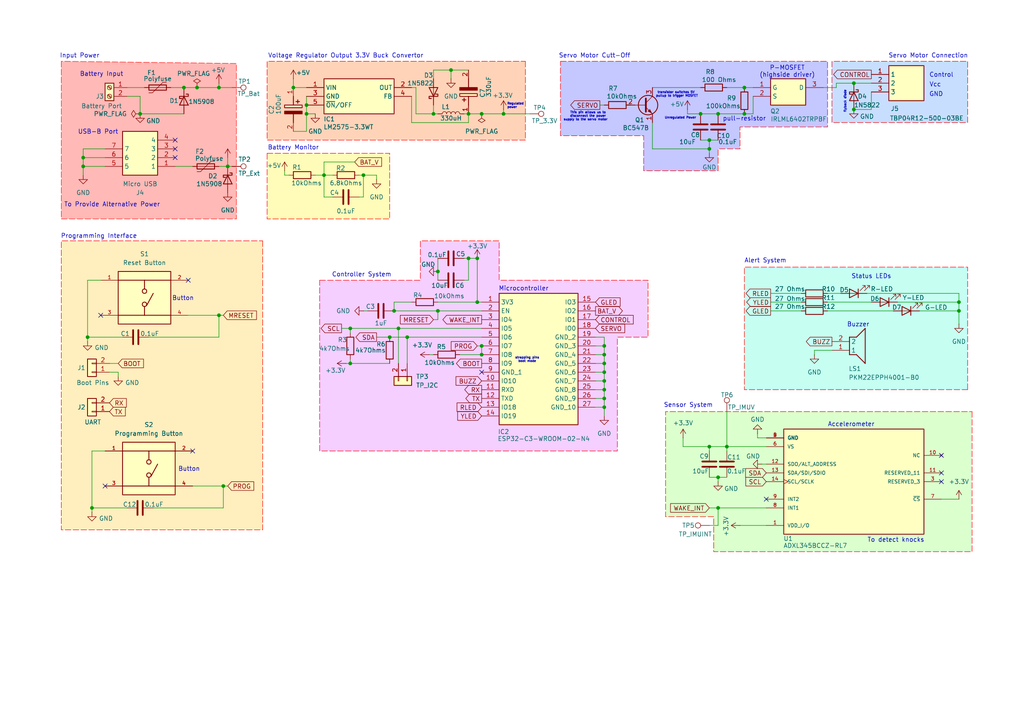
<source format=kicad_sch>
(kicad_sch (version 20250114) (generator "eeschema") (generator_version "9.0")
  (paper "A4")
  (title_block (title "KnockLockSchematic") (date "2025-11-12") (rev "5.0") (company "HSRW") (comment 1 "Group 04"))
  (text "Voltage Regulator Output 3.3V Buck Convertor\n" (at 77.724 16.256 0) (effects (font (size 1.27 1.27)) (justify left)))
  (text "Vcc\n" (at 271.272 24.638 0) (effects (font (size 1.27 1.27))))
  (text "Battery Input" (at 29.464 21.59 0) (effects (font (size 1.27 1.27))))
  (text "P-MOSFET\n(highside driver)\n" (at 228.346 20.828 0) (effects (font (size 1.27 1.27))))
  (text "Controller System\n\n" (at 104.902 80.772 0) (effects (font (size 1.27 1.27))))
  (text "To detect knocks" (at 259.842 156.718 0) (effects (font (size 1.27 1.27))))
  (text "Control\n" (at 273.05 21.844 0) (effects (font (size 1.27 1.27))))
  (text "Button" (at 53.086 86.614 0) (effects (font (size 1.27 1.27))))
  (text "Programming Interface" (at 28.702 68.58 0) (effects (font (size 1.27 1.27))))
  (text "flyback diode" (at 245.11 29.464 90) (effects (font (size 0.635 0.635))))
  (text "strapping pins\nboot mode" (at 152.908 104.394 0) (effects (font (size 0.635 0.635))))
  (text "Unregulated Power" (at 197.358 34.29 0) (effects (font (size 0.635 0.635))))
  (text "Servo Motor Cutt-Off\n" (at 172.466 16.256 0) (effects (font (size 1.27 1.27))))
  (text "Regulated \npower" (at 147.066 30.734 0) (effects (font (size 0.635 0.635)) (justify left)))
  (text "Sensor System" (at 199.644 117.602 0) (effects (font (size 1.27 1.27))))
  (text "GND\n" (at 271.526 27.432 0) (effects (font (size 1.27 1.27))))
  (text "Buzzer\n" (at 248.92 94.234 0) (effects (font (size 1.27 1.27))))
  (text "transistor switches 5V \npullup to trigger MOSFET" (at 196.342 27.432 0) (effects (font (size 0.635 0.635))))
  (text "Alert System" (at 221.996 75.692 0) (effects (font (size 1.27 1.27))))
  (text "Servo Motor Connection\n" (at 269.24 16.256 0) (effects (font (size 1.27 1.27))))
  (text "This pin allows us to \ndisconnect the power \nsupply to the servo motor" (at 176.276 33.782 0) (effects (font (size 0.635 0.635)) (justify right)))
  (text "Input Power" (at 23.114 16.256 0) (effects (font (size 1.27 1.27))))
  (text "Microcontroller" (at 151.892 83.82 0) (effects (font (size 1.27 1.27))))
  (text "Accelerometer" (at 246.888 123.19 0) (effects (font (size 1.27 1.27))))
  (text "Battery Monitor" (at 85.09 42.926 0) (effects (font (size 1.27 1.27))))
  (text "Status LEDs" (at 252.73 80.264 0) (effects (font (size 1.27 1.27))))
  (text "To Provide Alternative Power" (at 32.512 59.436 0) (effects (font (size 1.27 1.27))))
  (text "USB-B Port" (at 28.448 38.354 0) (effects (font (size 1.27 1.27))))
  (text "Button" (at 54.864 136.144 0) (effects (font (size 1.27 1.27))))
  (text "pull-resistor" (at 215.9 34.544 0) (effects (font (size 1.27 1.27))))
  (junction (at 278.13 87.63))
  (junction (at 115.57 95.25))
  (junction (at 57.15 25.4))
  (junction (at 175.26 118.11))
  (junction (at 40.64 33.02))
  (junction (at 139.7 33.02))
  (junction (at 101.6 95.25))
  (junction (at 175.26 110.49))
  (junction (at 24.13 48.26))
  (junction (at 208.28 33.02))
  (junction (at 135.89 74.93))
  (junction (at 101.6 105.41))
  (junction (at 88.9 30.48))
  (junction (at 139.7 100.33))
  (junction (at 85.09 25.4))
  (junction (at 175.26 115.57))
  (junction (at 247.65 31.75))
  (junction (at 66.04 48.26))
  (junction (at 175.26 105.41))
  (junction (at 208.28 138.43))
  (junction (at 105.41 50.8))
  (junction (at 63.5 91.44))
  (junction (at 278.13 90.17))
  (junction (at 175.26 100.33))
  (junction (at 24.13 45.72))
  (junction (at 25.4 97.79))
  (junction (at 146.05 33.02))
  (junction (at 93.98 50.8))
  (junction (at 63.5 25.4))
  (junction (at 130.81 20.32))
  (junction (at 114.3 90.17))
  (junction (at 203.2 33.02))
  (junction (at 127 78.74))
  (junction (at 175.26 107.95))
  (junction (at 127 90.17))
  (junction (at 64.77 140.97))
  (junction (at 138.43 87.63))
  (junction (at 135.89 33.02))
  (junction (at 138.43 74.93))
  (junction (at 208.28 147.32))
  (junction (at 175.26 113.03))
  (junction (at 215.9 25.4))
  (junction (at 205.74 43.18))
  (junction (at 205.74 129.54))
  (junction (at 175.26 102.87))
  (junction (at 125.73 33.02))
  (junction (at 210.82 129.54))
  (junction (at 247.65 24.13))
  (junction (at 118.11 97.79))
  (junction (at 205.74 40.64))
  (junction (at 88.9 33.02))
  (junction (at 139.7 102.87))
  (junction (at 26.67 147.32))
  (junction (at 113.03 97.79))
  (junction (at 53.34 25.4))
  (junction (at 215.9 33.02))
  (no_connect (at 30.48 140.97))
  (no_connect (at 50.8 43.18))
  (no_connect (at 54.61 81.28))
  (no_connect (at 273.05 137.16))
  (no_connect (at 139.7 107.95))
  (no_connect (at 29.21 91.44))
  (no_connect (at 273.05 132.08))
  (no_connect (at 50.8 45.72))
  (no_connect (at 50.8 40.64))
  (no_connect (at 222.25 144.78))
  (no_connect (at 273.05 139.7))
  (no_connect (at 55.88 130.81))
  (wire (pts (xy 25.4 97.79) (xy 35.56 97.79)))
  (wire (pts (xy 199.39 31.75) (xy 199.39 33.02)))
  (wire (pts (xy 63.5 25.4) (xy 63.5 24.13)))
  (wire (pts (xy 208.28 138.43) (xy 208.28 139.7)))
  (wire (pts (xy 240.03 85.09) (xy 243.84 85.09)))
  (wire (pts (xy 189.23 35.56) (xy 189.23 43.18)))
  (wire (pts (xy 127 90.17) (xy 139.7 90.17)))
  (wire (pts (xy 175.26 115.57) (xy 175.26 118.11)))
  (wire (pts (xy 215.9 25.4) (xy 218.44 25.4)))
  (wire (pts (xy 139.7 33.02) (xy 146.05 33.02)))
  (wire (pts (xy 135.89 74.93) (xy 135.89 81.28)))
  (wire (pts (xy 115.57 95.25) (xy 115.57 105.41)))
  (wire (pts (xy 205.74 44.45) (xy 205.74 43.18)))
  (wire (pts (xy 85.09 38.1) (xy 88.9 38.1)))
  (wire (pts (xy 57.15 25.4) (xy 63.5 25.4)))
  (wire (pts (xy 181.61 30.48) (xy 182.88 30.48)))
  (wire (pts (xy 104.14 57.15) (xy 105.41 57.15)))
  (wire (pts (xy 208.28 138.43) (xy 210.82 138.43)))
  (wire (pts (xy 125.73 20.32) (xy 130.81 20.32)))
  (wire (pts (xy 100.33 105.41) (xy 101.6 105.41)))
  (wire (pts (xy 114.3 87.63) (xy 114.3 90.17)))
  (wire (pts (xy 40.64 33.02) (xy 53.34 33.02)))
  (wire (pts (xy 99.06 95.25) (xy 101.6 95.25)))
  (wire (pts (xy 24.13 43.18) (xy 30.48 43.18)))
  (wire (pts (xy 120.65 25.4) (xy 120.65 33.02)))
  (wire (pts (xy 26.67 147.32) (xy 26.67 148.59)))
  (wire (pts (xy 101.6 104.14) (xy 101.6 105.41)))
  (wire (pts (xy 40.64 27.94) (xy 40.64 33.02)))
  (wire (pts (xy 242.57 24.13) (xy 247.65 24.13)))
  (wire (pts (xy 26.67 130.81) (xy 30.48 130.81)))
  (wire (pts (xy 109.22 97.79) (xy 113.03 97.79)))
  (wire (pts (xy 252.73 31.75) (xy 247.65 31.75)))
  (wire (pts (xy 173.99 30.48) (xy 175.26 30.48)))
  (wire (pts (xy 82.55 49.53) (xy 82.55 50.8)))
  (wire (pts (xy 64.77 140.97) (xy 64.77 147.32)))
  (wire (pts (xy 242.57 24.13) (xy 242.57 25.4)))
  (wire (pts (xy 24.13 45.72) (xy 24.13 48.26)))
  (wire (pts (xy 215.9 33.02) (xy 218.44 33.02)))
  (wire (pts (xy 25.4 97.79) (xy 25.4 99.06)))
  (wire (pts (xy 135.89 33.02) (xy 135.89 35.56)))
  (wire (pts (xy 198.12 127) (xy 198.12 129.54)))
  (wire (pts (xy 273.05 144.78) (xy 278.13 144.78)))
  (wire (pts (xy 172.72 110.49) (xy 175.26 110.49)))
  (wire (pts (xy 205.74 147.32) (xy 208.28 147.32)))
  (wire (pts (xy 43.18 97.79) (xy 63.5 97.79)))
  (wire (pts (xy 64.77 91.44) (xy 63.5 91.44)))
  (wire (pts (xy 114.3 90.17) (xy 127 90.17)))
  (wire (pts (xy 119.38 35.56) (xy 135.89 35.56)))
  (wire (pts (xy 205.74 152.4) (xy 208.28 152.4)))
  (wire (pts (xy 203.2 33.02) (xy 208.28 33.02)))
  (wire (pts (xy 101.6 96.52) (xy 101.6 95.25)))
  (wire (pts (xy 24.13 45.72) (xy 30.48 45.72)))
  (wire (pts (xy 127 74.93) (xy 127 78.74)))
  (wire (pts (xy 189.23 43.18) (xy 205.74 43.18)))
  (wire (pts (xy 266.7 90.17) (xy 278.13 90.17)))
  (wire (pts (xy 67.31 48.26) (xy 66.04 48.26)))
  (wire (pts (xy 205.74 129.54) (xy 210.82 129.54)))
  (wire (pts (xy 208.28 147.32) (xy 222.25 147.32)))
  (wire (pts (xy 219.71 125.73) (xy 219.71 127)))
  (wire (pts (xy 175.26 118.11) (xy 175.26 120.65)))
  (wire (pts (xy 199.39 33.02) (xy 203.2 33.02)))
  (wire (pts (xy 104.14 50.8) (xy 105.41 50.8)))
  (wire (pts (xy 53.34 25.4) (xy 57.15 25.4)))
  (wire (pts (xy 130.81 20.32) (xy 130.81 22.86)))
  (wire (pts (xy 44.45 147.32) (xy 64.77 147.32)))
  (wire (pts (xy 26.67 130.81) (xy 26.67 147.32)))
  (wire (pts (xy 36.83 25.4) (xy 41.91 25.4)))
  (wire (pts (xy 135.89 33.02) (xy 139.7 33.02)))
  (wire (pts (xy 125.73 30.48) (xy 125.73 33.02)))
  (wire (pts (xy 251.46 85.09) (xy 278.13 85.09)))
  (wire (pts (xy 31.75 107.95) (xy 34.29 107.95)))
  (wire (pts (xy 102.87 46.99) (xy 93.98 46.99)))
  (wire (pts (xy 63.5 91.44) (xy 63.5 97.79)))
  (wire (pts (xy 210.82 130.81) (xy 210.82 129.54)))
  (wire (pts (xy 135.89 74.93) (xy 138.43 74.93)))
  (wire (pts (xy 125.73 20.32) (xy 125.73 22.86)))
  (wire (pts (xy 214.63 152.4) (xy 222.25 152.4)))
  (wire (pts (xy 205.74 130.81) (xy 205.74 129.54)))
  (wire (pts (xy 91.44 50.8) (xy 93.98 50.8)))
  (wire (pts (xy 119.38 27.94) (xy 119.38 35.56)))
  (wire (pts (xy 24.13 48.26) (xy 30.48 48.26)))
  (wire (pts (xy 175.26 100.33) (xy 175.26 102.87)))
  (wire (pts (xy 172.72 115.57) (xy 175.26 115.57)))
  (wire (pts (xy 127 87.63) (xy 138.43 87.63)))
  (wire (pts (xy 210.82 119.38) (xy 210.82 129.54)))
  (wire (pts (xy 88.9 33.02) (xy 88.9 30.48)))
  (wire (pts (xy 120.65 33.02) (xy 125.73 33.02)))
  (wire (pts (xy 67.31 25.4) (xy 63.5 25.4)))
  (wire (pts (xy 222.25 127) (xy 219.71 127)))
  (wire (pts (xy 223.52 90.17) (xy 232.41 90.17)))
  (wire (pts (xy 130.81 20.32) (xy 135.89 20.32)))
  (wire (pts (xy 278.13 93.98) (xy 278.13 90.17)))
  (wire (pts (xy 34.29 107.95) (xy 34.29 109.22)))
  (wire (pts (xy 138.43 74.93) (xy 138.43 87.63)))
  (wire (pts (xy 175.26 97.79) (xy 175.26 100.33)))
  (wire (pts (xy 175.26 110.49) (xy 175.26 113.03)))
  (wire (pts (xy 146.05 31.75) (xy 146.05 33.02)))
  (wire (pts (xy 63.5 48.26) (xy 66.04 48.26)))
  (wire (pts (xy 24.13 48.26) (xy 24.13 50.8)))
  (wire (pts (xy 172.72 97.79) (xy 175.26 97.79)))
  (wire (pts (xy 88.9 38.1) (xy 88.9 33.02)))
  (wire (pts (xy 85.09 22.86) (xy 85.09 25.4)))
  (wire (pts (xy 134.62 81.28) (xy 135.89 81.28)))
  (wire (pts (xy 138.43 87.63) (xy 139.7 87.63)))
  (wire (pts (xy 55.88 140.97) (xy 64.77 140.97)))
  (wire (pts (xy 101.6 105.41) (xy 113.03 105.41)))
  (wire (pts (xy 54.61 91.44) (xy 63.5 91.44)))
  (wire (pts (xy 66.04 140.97) (xy 64.77 140.97)))
  (wire (pts (xy 127 33.02) (xy 125.73 33.02)))
  (wire (pts (xy 34.29 105.41) (xy 31.75 105.41)))
  (wire (pts (xy 198.12 129.54) (xy 205.74 129.54)))
  (wire (pts (xy 93.98 46.99) (xy 93.98 50.8)))
  (wire (pts (xy 172.72 100.33) (xy 175.26 100.33)))
  (wire (pts (xy 93.98 57.15) (xy 93.98 50.8)))
  (wire (pts (xy 210.82 25.4) (xy 215.9 25.4)))
  (wire (pts (xy 88.9 27.94) (xy 88.9 30.48)))
  (wire (pts (xy 93.98 50.8) (xy 96.52 50.8)))
  (wire (pts (xy 109.22 50.8) (xy 109.22 52.07)))
  (wire (pts (xy 260.35 87.63) (xy 278.13 87.63)))
  (wire (pts (xy 105.41 90.17) (xy 106.68 90.17)))
  (wire (pts (xy 24.13 43.18) (xy 24.13 45.72)))
  (wire (pts (xy 172.72 102.87) (xy 175.26 102.87)))
  (wire (pts (xy 189.23 25.4) (xy 203.2 25.4)))
  (wire (pts (xy 124.46 102.87) (xy 125.73 102.87)))
  (wire (pts (xy 218.44 33.02) (xy 218.44 27.94)))
  (wire (pts (xy 208.28 33.02) (xy 215.9 33.02)))
  (wire (pts (xy 223.52 85.09) (xy 232.41 85.09)))
  (wire (pts (xy 96.52 57.15) (xy 93.98 57.15)))
  (wire (pts (xy 138.43 100.33) (xy 139.7 100.33)))
  (wire (pts (xy 153.67 33.02) (xy 146.05 33.02)))
  (wire (pts (xy 205.74 40.64) (xy 208.28 40.64)))
  (wire (pts (xy 278.13 87.63) (xy 278.13 90.17)))
  (wire (pts (xy 172.72 107.95) (xy 175.26 107.95)))
  (wire (pts (xy 25.4 81.28) (xy 25.4 97.79)))
  (wire (pts (xy 172.72 113.03) (xy 175.26 113.03)))
  (wire (pts (xy 114.3 87.63) (xy 119.38 87.63)))
  (wire (pts (xy 105.41 50.8) (xy 109.22 50.8)))
  (wire (pts (xy 241.3 101.6) (xy 236.22 101.6)))
  (wire (pts (xy 127 81.28) (xy 127 78.74)))
  (wire (pts (xy 242.57 25.4) (xy 238.76 25.4)))
  (wire (pts (xy 175.26 113.03) (xy 175.26 115.57)))
  (wire (pts (xy 118.11 97.79) (xy 139.7 97.79)))
  (wire (pts (xy 105.41 57.15) (xy 105.41 50.8)))
  (wire (pts (xy 172.72 105.41) (xy 175.26 105.41)))
  (wire (pts (xy 175.26 107.95) (xy 175.26 110.49)))
  (wire (pts (xy 172.72 118.11) (xy 175.26 118.11)))
  (wire (pts (xy 113.03 97.79) (xy 118.11 97.79)))
  (wire (pts (xy 175.26 102.87) (xy 175.26 105.41)))
  (wire (pts (xy 205.74 43.18) (xy 205.74 40.64)))
  (wire (pts (xy 135.89 33.02) (xy 134.62 33.02)))
  (wire (pts (xy 220.98 134.62) (xy 222.25 134.62)))
  (wire (pts (xy 66.04 45.72) (xy 66.04 48.26)))
  (wire (pts (xy 252.73 26.67) (xy 252.73 31.75)))
  (wire (pts (xy 49.53 25.4) (xy 53.34 25.4)))
  (wire (pts (xy 40.64 27.94) (xy 36.83 27.94)))
  (wire (pts (xy 208.28 152.4) (xy 208.28 147.32)))
  (wire (pts (xy 240.03 87.63) (xy 252.73 87.63)))
  (wire (pts (xy 236.22 101.6) (xy 236.22 102.87)))
  (wire (pts (xy 101.6 95.25) (xy 115.57 95.25)))
  (wire (pts (xy 210.82 129.54) (xy 222.25 129.54)))
  (wire (pts (xy 85.09 25.4) (xy 88.9 25.4)))
  (wire (pts (xy 26.67 147.32) (xy 36.83 147.32)))
  (wire (pts (xy 127 92.71) (xy 127 90.17)))
  (wire (pts (xy 119.38 25.4) (xy 120.65 25.4)))
  (wire (pts (xy 118.11 97.79) (xy 118.11 105.41)))
  (wire (pts (xy 125.73 92.71) (xy 127 92.71)))
  (wire (pts (xy 223.52 87.63) (xy 232.41 87.63)))
  (wire (pts (xy 208.28 138.43) (xy 205.74 138.43)))
  (wire (pts (xy 247.65 24.13) (xy 252.73 24.13)))
  (wire (pts (xy 133.35 102.87) (xy 139.7 102.87)))
  (wire (pts (xy 82.55 50.8) (xy 83.82 50.8)))
  (wire (pts (xy 203.2 40.64) (xy 205.74 40.64)))
  (wire (pts (xy 25.4 81.28) (xy 29.21 81.28)))
  (wire (pts (xy 91.44 33.02) (xy 88.9 33.02)))
  (wire (pts (xy 278.13 85.09) (xy 278.13 87.63)))
  (wire (pts (xy 50.8 48.26) (xy 55.88 48.26)))
  (wire (pts (xy 115.57 95.25) (xy 139.7 95.25)))
  (wire (pts (xy 139.7 100.33) (xy 139.7 102.87)))
  (wire (pts (xy 134.62 74.93) (xy 135.89 74.93)))
  (wire (pts (xy 175.26 105.41) (xy 175.26 107.95)))
  (wire (pts (xy 240.03 90.17) (xy 259.08 90.17)))
  (global_label "BAT_V" (shape output) (at 172.72 90.17 0) (property "Intersheetrefs" "${INTERSHEET_REFS}" (effects (hide yes))))
  (global_label "SERVO" (shape output) (at 173.99 30.48 180) (property "Intersheetrefs" "${INTERSHEET_REFS}" (effects (hide yes))))
  (global_label "WAKE_INT" (shape output) (at 139.7 92.71 180) (property "Intersheetrefs" "${INTERSHEET_REFS}" (effects (hide yes))))
  (global_label "SCL" (shape input) (at 222.25 139.7 180) (property "Intersheetrefs" "${INTERSHEET_REFS}" (effects (hide yes))))
  (global_label "PROG" (shape input) (at 66.04 140.97 0) (property "Intersheetrefs" "${INTERSHEET_REFS}" (effects (hide yes))))
  (global_label "WAKE_INT" (shape input) (at 205.74 147.32 180) (property "Intersheetrefs" "${INTERSHEET_REFS}" (effects (hide yes))))
  (global_label "RX" (shape output) (at 139.7 113.03 180) (property "Intersheetrefs" "${INTERSHEET_REFS}" (effects (hide yes))))
  (global_label "MRESET" (shape input) (at 125.73 92.71 180) (property "Intersheetrefs" "${INTERSHEET_REFS}" (effects (hide yes))))
  (global_label "CONTROL" (shape input) (at 172.72 92.71 0) (property "Intersheetrefs" "${INTERSHEET_REFS}" (effects (hide yes))))
  (global_label "RLED" (shape output) (at 223.52 85.09 180) (property "Intersheetrefs" "${INTERSHEET_REFS}" (effects (hide yes))))
  (global_label "PROG" (shape input) (at 138.43 100.33 180) (property "Intersheetrefs" "${INTERSHEET_REFS}" (effects (hide yes))))
  (global_label "YLED" (shape input) (at 139.7 120.65 180) (property "Intersheetrefs" "${INTERSHEET_REFS}" (effects (hide yes))))
  (global_label "BOOT" (shape output) (at 139.7 105.41 180) (property "Intersheetrefs" "${INTERSHEET_REFS}" (effects (hide yes))))
  (global_label "SDA" (shape output) (at 109.22 97.79 180) (property "Intersheetrefs" "${INTERSHEET_REFS}" (effects (hide yes))))
  (global_label "YLED" (shape output) (at 223.52 87.63 180) (property "Intersheetrefs" "${INTERSHEET_REFS}" (effects (hide yes))))
  (global_label "GLED" (shape input) (at 172.72 87.63 0) (property "Intersheetrefs" "${INTERSHEET_REFS}" (effects (hide yes))))
  (global_label "BOOT" (shape input) (at 34.29 105.41 0) (property "Intersheetrefs" "${INTERSHEET_REFS}" (effects (hide yes))))
  (global_label "TX" (shape output) (at 139.7 115.57 180) (property "Intersheetrefs" "${INTERSHEET_REFS}" (effects (hide yes))))
  (global_label "SDA" (shape input) (at 222.25 137.16 180) (property "Intersheetrefs" "${INTERSHEET_REFS}" (effects (hide yes))))
  (global_label "RLED" (shape input) (at 139.7 118.11 180) (property "Intersheetrefs" "${INTERSHEET_REFS}" (effects (hide yes))))
  (global_label "SERVO" (shape input) (at 172.72 95.25 0) (property "Intersheetrefs" "${INTERSHEET_REFS}" (effects (hide yes))))
  (global_label "MRESET" (shape input) (at 64.77 91.44 0) (property "Intersheetrefs" "${INTERSHEET_REFS}" (effects (hide yes))))
  (global_label "BUZZ" (shape output) (at 241.3 99.06 180) (property "Intersheetrefs" "${INTERSHEET_REFS}" (effects (hide yes))))
  (global_label "TX" (shape input) (at 31.75 119.38 0) (property "Intersheetrefs" "${INTERSHEET_REFS}" (effects (hide yes))))
  (global_label "BUZZ" (shape input) (at 139.7 110.49 180) (property "Intersheetrefs" "${INTERSHEET_REFS}" (effects (hide yes))))
  (global_label "GLED" (shape output) (at 223.52 90.17 180) (property "Intersheetrefs" "${INTERSHEET_REFS}" (effects (hide yes))))
  (global_label "BAT_V" (shape input) (at 102.87 46.99 0) (property "Intersheetrefs" "${INTERSHEET_REFS}" (effects (hide yes))))
  (global_label "RX" (shape input) (at 31.75 116.84 0) (property "Intersheetrefs" "${INTERSHEET_REFS}" (effects (hide yes))))
  (global_label "SCL" (shape output) (at 99.06 95.25 180) (property "Intersheetrefs" "${INTERSHEET_REFS}" (effects (hide yes))))
  (global_label "CONTROL" (shape output) (at 252.73 21.59 180) (property "Intersheetrefs" "${INTERSHEET_REFS}" (effects (hide yes))))
  (rule_area (polyline (pts (xy 17.78 17.78) (xy 17.78 63.5) (xy 68.58 63.5) (xy 68.58 18.415)) (stroke (width 0) (type dash) (color 255 29 29 1)) (fill (type color) (color 255 23 12 0.3))))
  (rule_area (polyline (pts (xy 241.3 17.78) (xy 241.3 35.56) (xy 280.67 35.56) (xy 280.67 17.78)) (stroke (width 0) (type dash)) (fill (type color) (color 74 147 255 0.3019607843))))
  (rule_area (polyline (pts (xy 162.56 17.78) (xy 240.03 17.78) (xy 240.03 36.83) (xy 214.63 36.83) (xy 214.63 43.18) (xy 208.28 43.18) (xy 208.28 49.53) (xy 186.69 49.53) (xy 186.69 39.37) (xy 162.56 39.37)) (stroke (width 0) (type dash)) (fill (type color) (color 60 67 255 0.3))))
  (rule_area (polyline (pts (xy 281.94 119.38) (xy 281.94 160.02) (xy 207.01 160.02) (xy 207.01 149.86) (xy 193.04 149.86) (xy 193.04 119.38)) (stroke (width 0) (type dash)) (fill (type color) (color 138 255 90 0.3))))
  (rule_area (polyline (pts (xy 92.71 81.28) (xy 121.92 81.28) (xy 121.92 69.85) (xy 144.78 69.85) (xy 144.78 81.28) (xy 187.96 81.28) (xy 187.96 97.79) (xy 179.07 97.79) (xy 179.07 130.81) (xy 148.59 130.81) (xy 147.32 130.81) (xy 134.62 130.81) (xy 132.08 130.81) (xy 102.87 130.81) (xy 92.71 130.81) (xy 92.71 129.54) (xy 92.71 93.98)) (stroke (width 0) (type dash)) (fill (type color) (color 217 94 255 0.3))))
  (rule_area (polyline (pts (xy 77.47 44.45) (xy 113.03 44.45) (xy 113.03 63.5) (xy 77.47 63.5)) (stroke (width 0) (type dash)) (fill (type color) (color 255 240 18 0.3))))
  (rule_area (polyline (pts (xy 76.2 69.85) (xy 76.2 153.67) (xy 45.72 153.67) (xy 45.72 153.67) (xy 17.78 153.67) (xy 17.78 113.03) (xy 17.78 69.85)) (stroke (width 0) (type dash)) (fill (type color) (color 255 196 39 0.3))))
  (rule_area (polyline (pts (xy 280.67 113.03) (xy 215.9 113.03) (xy 215.9 77.47) (xy 280.67 77.47)) (stroke (width 0) (type dash)) (fill (type color) (color 66 255 212 0.3))))
  (rule_area (polyline (pts (xy 152.4 17.78) (xy 152.4 40.64) (xy 77.47 40.64) (xy 77.47 17.78)) (stroke (width 0) (type dash)) (fill (type color) (color 255 109 17 0.3))))
  (symbol (lib_id "power:GND") (at 278.13 93.98 0) (unit 1)
    (property "Reference" "#PWR029" (effects (hide yes)))
    (property "Value" "GND" (at 278.13 99.06 0))
    (property "Description" "Power symbol creates a global label with name \"GND\" , ground" (effects (hide yes)))
  )
  (symbol (lib_id "SamacSys_Parts:EEU-FC1C101H") (at 85.09 25.4 270) (unit 1)
    (property "Reference" "C2" (at 78.74 30.48 0) (effects (justify left)))
    (property "Value" "100uF" (at 80.772 27.178 0) (effects (justify left)))
    (property "Footprint" "SamacSys_Parts:CAPPRD250W55D630H1220" (effects (hide yes)))
    (property "Datasheet" "http://industrial.panasonic.com/cdbs/www-data/pdf/RDF0000/ABA0000C1209.pdf" (effects (hide yes)))
    (property "Description" "Aluminium Electrolytic Capacitor, Radial Lead, AEC-Q200, 105?C" (effects (hide yes)))
    (property "Height" "12.2" (effects (hide yes)))
    (property "Mouser Part Number" "667-EEU-FC1C101H" (effects (hide yes)))
    (property "Mouser Price/Stock" "https://www.mouser.co.uk/ProductDetail/Panasonic/EEU-FC1C101H?qs=%2FC1U95aQ15szP%252BXx0reJVg%3D%3D" (effects (hide yes)))
    (property "Manufacturer_Name" "Panasonic" (effects (hide yes)))
    (property "Manufacturer_Part_Number" "EEU-FC1C101H" (effects (hide yes)))
  )
  (symbol (lib_id "Device:C") (at 210.82 134.62 180) (unit 1)
    (property "Reference" "C11" (at 212.852 132.588 0))
    (property "Value" "0.1uF" (at 213.614 136.652 0))
    (property "Footprint" "Capacitor_SMD:C_0805_2012Metric_Pad1.18x1.45mm_HandSolder" (effects (hide yes)))
    (property "Description" "Unpolarized capacitor" (effects (hide yes)))
  )
  (symbol (lib_id "power:+3.3V") (at 198.12 127 0) (unit 1)
    (property "Reference" "#PWR020" (effects (hide yes)))
    (property "Value" "+3.3V" (at 198.12 122.682 0))
    (property "Description" "Power symbol creates a global label with name \"+3.3V\"" (effects (hide yes)))
  )
  (symbol (lib_id "power:GND") (at 105.41 90.17 270) (unit 1)
    (property "Reference" "#PWR011" (effects (hide yes)))
    (property "Value" "GND" (at 101.6 90.1699 90) (effects (justify right)))
    (property "Description" "Power symbol creates a global label with name \"GND\" , ground" (effects (hide yes)))
  )
  (symbol (lib_id "Transistor_BJT:2N3904") (at 186.69 30.48 0) (unit 1)
    (property "Reference" "Q1" (at 184.15 34.798 0) (effects (justify left)))
    (property "Value" "BC547B" (at 180.594 37.084 0) (effects (justify left)))
    (property "Footprint" "Package_TO_SOT_THT:TO-92_HandSolder" (effects (hide yes)))
    (property "Datasheet" "https://www.onsemi.com/pub/Collateral/2N3903-D.PDF" (effects (hide yes)))
    (property "Description" "0.2A Ic, 40V Vce, Small Signal NPN Transistor, TO-92" (effects (hide yes)))
  )
  (symbol (lib_id "Device:R") (at 236.22 90.17 90) (unit 1)
    (property "Reference" "R12" (at 240.284 88.9 90))
    (property "Value" "27 Ohms" (at 229.108 88.9 90))
    (property "Footprint" "Resistor_SMD:R_1206_3216Metric_Pad1.30x1.75mm_HandSolder" (effects (hide yes)))
    (property "Description" "Resistor" (effects (hide yes)))
  )
  (symbol (lib_id "SamacSys_Parts:TBP04R12-500-03BE") (at 252.73 21.59 0) (unit 1)
    (property "Reference" "J5" (at 258.318 31.496 0) (effects (justify left)))
    (property "Value" "TBP04R12-500-03BE" (at 258.064 34.29 0) (effects (justify left)))
    (property "Footprint" "Connector_JST:JST_EH_S3B-EH_1x03_P2.50mm_Horizontal" (effects (hide yes)))
    (property "Datasheet" "https://www.sameskydevices.com/product/resource/tbp04r12-500.pdf" (effects (hide yes)))
    (property "Description" "3 Position Terminal Block Header, Male Pins, Shrouded (4 Side) 0.197\" (5.00mm) 90, Right Angle Through Hole" (effects (hide yes)))
    (property "Height" "8.8" (effects (hide yes)))
    (property "Mouser Part Number" "179-TBP04R12-50003BE" (effects (hide yes)))
    (property "Mouser Price/Stock" "https://www.mouser.co.uk/ProductDetail/CUI-Devices/TBP04R12-500-03BE?qs=TCDPyi3sCW0NaxY6tKwPhA%3D%3D" (effects (hide yes)))
    (property "Manufacturer_Name" "Same Sky" (effects (hide yes)))
    (property "Manufacturer_Part_Number" "TBP04R12-500-03BE" (effects (hide yes)))
  )
  (symbol (lib_id "power:GND") (at 25.4 99.06 0) (unit 1)
    (property "Reference" "#PWR02" (effects (hide yes)))
    (property "Value" "GND" (at 29.464 100.838 0))
    (property "Description" "Power symbol creates a global label with name \"GND\" , ground" (effects (hide yes)))
  )
  (symbol (lib_id "Device:Polyfuse") (at 45.72 25.4 90) (unit 1)
    (property "Reference" "F1" (at 43.942 21.082 90))
    (property "Value" "Polyfuse" (at 45.72 22.86 90))
    (property "Footprint" "Fuse:Fuse_BelFuse_0ZRE0012FF_L8.3mm_W3.8mm" (effects (hide yes)))
    (property "Description" "Resettable fuse, polymeric positive temperature coefficient" (effects (hide yes)))
  )
  (symbol (lib_id "Connector_Generic:Conn_01x02") (at 118.11 110.49 270) (unit 1)
    (property "Reference" "TP3" (at 120.65 109.2199 90) (effects (justify left)))
    (property "Value" "TP_I2C" (at 120.65 111.7599 90) (effects (justify left)))
    (property "Footprint" "Connector_PinSocket_2.54mm:PinSocket_1x02_P2.54mm_Vertical" (effects (hide yes)))
    (property "Description" "Generic connector, single row, 01x02, script generated (kicad-library-utils/schlib/autogen/connector/)" (effects (hide yes)))
  )
  (symbol (lib_id "power:GND") (at 109.22 52.07 0) (unit 1)
    (property "Reference" "#PWR014" (effects (hide yes)))
    (property "Value" "GND" (at 109.22 57.15 0))
    (property "Description" "Power symbol creates a global label with name \"GND\" , ground" (effects (hide yes)))
  )
  (symbol (lib_id "power:GND") (at 219.71 125.73 180) (unit 1)
    (property "Reference" "#PWR025" (effects (hide yes)))
    (property "Value" "GND" (at 219.71 121.666 0))
    (property "Description" "Power symbol creates a global label with name \"GND\" , ground" (effects (hide yes)))
  )
  (symbol (lib_id "power:GND") (at 24.13 50.8 0) (unit 1)
    (property "Reference" "#PWR01" (effects (hide yes)))
    (property "Value" "GND" (at 24.13 55.88 0))
    (property "Description" "Power symbol creates a global label with name \"GND\" , ground" (effects (hide yes)))
  )
  (symbol (lib_id "SamacSys_Parts:USB3145-30-1-A") (at 50.8 48.26 180) (unit 1)
    (property "Reference" "J4" (at 40.64 55.88 0))
    (property "Value" "Micro USB" (at 40.64 53.34 0))
    (property "Footprint" "SamacSys_Parts:USB3145301A" (effects (hide yes)))
    (property "Datasheet" "https://gct.co/connector/usb3145" (effects (hide yes)))
    (property "Description" "GCT (GLOBAL CONNECTOR TECHNOLOGY) - USB3145-30-1-A - MICRO USB, 2.0 TYPE B, RECEPTACLE, TH" (effects (hide yes)))
    (property "Mouser Part Number" "640-USB3145-30-1-A" (effects (hide yes)))
    (property "Mouser Price/Stock" "https://www.mouser.co.uk/ProductDetail/GCT/USB3145-30-1-A?qs=KUoIvG%2F9IlYD1lvSRu5iyg%3D%3D" (effects (hide yes)))
    (property "Manufacturer_Name" "GCT (GLOBAL CONNECTOR TECHNOLOGY)" (effects (hide yes)))
    (property "Manufacturer_Part_Number" "USB3145-30-1-A" (effects (hide yes)))
  )
  (symbol (lib_id "SamacSys_Parts:PKM22EPPH4001-B0") (at 241.3 99.06 0) (unit 1)
    (property "Reference" "LS1" (at 246.126 106.934 0) (effects (justify left)))
    (property "Value" "PKM22EPPH4001-B0" (at 246.126 109.474 0) (effects (justify left)))
    (property "Footprint" "SamacSys_Parts:PKM22EPPH4001B0" (effects (hide yes)))
    (property "Datasheet" "https://www.murata.com/products/productdata/8801054064670/SPEC-PKM22EPPH4001-B0.pdf?1517839211000" (effects (hide yes)))
    (property "Description" "Buzzers Transducer, Externally Driven Piezo 1.5 V 4kHz 75dB @ 1.5V, 10cm Through Hole PC Pins" (effects (hide yes)))
    (property "Height" "10.7" (effects (hide yes)))
    (property "Mouser Part Number" "81-PKM22EPPH4001-B0" (effects (hide yes)))
    (property "Mouser Price/Stock" "https://www.mouser.co.uk/ProductDetail/Murata-Electronics/PKM22EPPH4001-B0?qs=flZjIlU0hx2Fke4m2iZ9MA%3D%3D" (effects (hide yes)))
    (property "Manufacturer_Name" "Murata Electronics" (effects (hide yes)))
    (property "Manufacturer_Part_Number" "PKM22EPPH4001-B0" (effects (hide yes)))
  )
  (symbol (lib_id "Connector:TestPoint") (at 205.74 152.4 90) (unit 1)
    (property "Reference" "TP5" (at 199.644 152.4 90))
    (property "Value" "TP_IMUINT" (at 201.676 154.94 90))
    (property "Footprint" "Connector_PinSocket_2.54mm:PinSocket_1x01_P2.54mm_Vertical" (effects (hide yes)))
    (property "Description" "test point" (effects (hide yes)))
  )
  (symbol (lib_id "power:+5V") (at 63.5 24.13 0) (unit 1)
    (property "Reference" "#PWR05" (effects (hide yes)))
    (property "Value" "+5V" (at 63.246 20.32 0))
    (property "Description" "Power symbol creates a global label with name \"+5V\"" (effects (hide yes)))
  )
  (symbol (lib_id "Device:LED") (at 247.65 85.09 180) (unit 1)
    (property "Reference" "D5" (at 244.856 84.074 0))
    (property "Value" "R-LED" (at 255.778 83.82 0))
    (property "Footprint" "LED_THT:LED_D3.0mm" (effects (hide yes)))
    (property "Description" "Light emitting diode" (effects (hide yes)))
    (property "Sim.Pins" "1=K 2=A" (effects (hide yes)))
  )
  (symbol (lib_id "Device:R") (at 207.01 25.4 90) (unit 1)
    (property "Reference" "R8" (at 205.994 20.828 90))
    (property "Value" "100 Ohms" (at 208.534 23.114 90))
    (property "Footprint" "Resistor_SMD:R_1206_3216Metric_Pad1.30x1.75mm_HandSolder" (effects (hide yes)))
    (property "Description" "Resistor" (effects (hide yes)))
  )
  (symbol (lib_id "Device:LED") (at 256.54 87.63 180) (unit 1)
    (property "Reference" "D6" (at 253.746 86.614 0))
    (property "Value" "Y-LED" (at 264.922 86.36 0))
    (property "Footprint" "LED_THT:LED_D3.0mm" (effects (hide yes)))
    (property "Description" "Light emitting diode" (effects (hide yes)))
    (property "Sim.Pins" "1=K 2=A" (effects (hide yes)))
  )
  (symbol (lib_id "power:+3.3V") (at 214.63 152.4 90) (unit 1)
    (property "Reference" "#PWR024" (effects (hide yes)))
    (property "Value" "+3.3V" (at 210.566 152.654 0))
    (property "Description" "Power symbol creates a global label with name \"+3.3V\"" (effects (hide yes)))
  )
  (symbol (lib_id "Device:C") (at 205.74 134.62 180) (unit 1)
    (property "Reference" "C9" (at 204.216 132.334 0))
    (property "Value" "10uF" (at 203.2 136.652 0))
    (property "Footprint" "Capacitor_THT:C_Radial_D5.0mm_H11.0mm_P2.00mm" (effects (hide yes)))
    (property "Description" "Unpolarized capacitor" (effects (hide yes)))
  )
  (symbol (lib_id "power:+3.3V") (at 278.13 144.78 0) (unit 1)
    (property "Reference" "#PWR030" (effects (hide yes)))
    (property "Value" "+3.3V" (at 278.13 139.7 0))
    (property "Description" "Power symbol creates a global label with name \"+3.3V\"" (effects (hide yes)))
  )
  (symbol (lib_id "Device:R") (at 87.63 50.8 90) (unit 1)
    (property "Reference" "R1" (at 86.106 48.514 90))
    (property "Value" "10kOhms" (at 88.9 53.086 90))
    (property "Footprint" "Resistor_SMD:R_1206_3216Metric_Pad1.30x1.75mm_HandSolder" (effects (hide yes)))
    (property "Description" "Resistor" (effects (hide yes)))
  )
  (symbol (lib_id "Diode:1N5822") (at 247.65 27.94 270) (unit 1)
    (property "Reference" "D4" (at 251.46 27.94 90) (effects (justify right)))
    (property "Value" "1N5822" (at 255.27 30.48 90) (effects (justify right)))
    (property "Footprint" "Diode_THT:D_DO-201AD_P15.24mm_Horizontal" (effects (hide yes)))
    (property "Datasheet" "http://www.vishay.com/docs/88526/1n5820.pdf" (effects (hide yes)))
    (property "Description" "40V 3A Schottky Barrier Rectifier Diode, DO-201AD" (effects (hide yes)))
  )
  (symbol (lib_id "Device:C") (at 40.64 147.32 90) (unit 1)
    (property "Reference" "C12" (at 37.592 146.304 90))
    (property "Value" "0.1uF" (at 44.704 146.304 90))
    (property "Footprint" "Capacitor_SMD:C_0805_2012Metric_Pad1.18x1.45mm_HandSolder" (effects (hide yes)))
    (property "Description" "Unpolarized capacitor" (effects (hide yes)))
  )
  (symbol (lib_id "Device:R") (at 101.6 100.33 180) (unit 1)
    (property "Reference" "R3" (at 99.314 98.552 0))
    (property "Value" "4k7Ohms" (at 97.028 101.092 0))
    (property "Footprint" "Resistor_SMD:R_1206_3216Metric_Pad1.30x1.75mm_HandSolder" (effects (hide yes)))
    (property "Description" "Resistor" (effects (hide yes)))
  )
  (symbol (lib_id "Device:R") (at 179.07 30.48 90) (unit 1)
    (property "Reference" "R7" (at 177.8 25.654 90))
    (property "Value" "10kOhms" (at 180.34 27.94 90))
    (property "Footprint" "Resistor_SMD:R_1206_3216Metric_Pad1.30x1.75mm_HandSolder" (effects (hide yes)))
    (property "Description" "Resistor" (effects (hide yes)))
  )
  (symbol (lib_id "Device:R") (at 100.33 50.8 90) (unit 1)
    (property "Reference" "R2" (at 98.806 48.768 90))
    (property "Value" "6.8kOhms" (at 100.33 53.086 90))
    (property "Footprint" "Resistor_SMD:R_1206_3216Metric_Pad1.30x1.75mm_HandSolder" (effects (hide yes)))
    (property "Description" "Resistor" (effects (hide yes)))
  )
  (symbol (lib_id "Connector_Generic:Conn_01x02") (at 26.67 119.38 180) (unit 1)
    (property "Reference" "J2" (at 23.622 118.11 0))
    (property "Value" "UART" (at 26.924 122.428 0))
    (property "Footprint" "Connector_PinSocket_2.54mm:PinSocket_1x02_P2.54mm_Vertical" (effects (hide yes)))
    (property "Description" "Generic connector, single row, 01x02, script generated (kicad-library-utils/schlib/autogen/connector/)" (effects (hide yes)))
  )
  (symbol (lib_id "SamacSys_Parts:IRLML6402TRPBF") (at 218.44 25.4 0) (unit 1)
    (property "Reference" "Q2" (at 224.79 32.258 0))
    (property "Value" "IRLML6402TRPBF" (at 231.648 34.544 0))
    (property "Footprint" "SamacSys_Parts:SOT95P237X112-3N" (effects (hide yes)))
    (property "Datasheet" "http://www.infineon.com/dgdl/irlml6402pbf.pdf?fileId=5546d462533600a401535668d5c2263c" (effects (hide yes)))
    (property "Description" "MOSFET MOSFT P-Ch -3.7A 65mOhm 8nC Log Lvl" (effects (hide yes)))
    (property "Height" "1.12" (effects (hide yes)))
    (property "Mouser Part Number" "942-IRLML6402TRPBF" (effects (hide yes)))
    (property "Mouser Price/Stock" "https://www.mouser.co.uk/ProductDetail/Infineon-Technologies/IRLML6402TRPBF?qs=9%252BKlkBgLFf0HuZuONx2Ewg%3D%3D" (effects (hide yes)))
    (property "Manufacturer_Name" "Infineon" (effects (hide yes)))
    (property "Manufacturer_Part_Number" "IRLML6402TRPBF" (effects (hide yes)))
  )
  (symbol (lib_id "Device:C") (at 130.81 81.28 90) (unit 1)
    (property "Reference" "C6" (at 133.35 82.804 90))
    (property "Value" "10uF" (at 127.508 82.804 90))
    (property "Footprint" "Capacitor_THT:C_Radial_D5.0mm_H11.0mm_P2.00mm" (effects (hide yes)))
    (property "Description" "Unpolarized capacitor" (effects (hide yes)))
  )
  (symbol (lib_id "Device:C") (at 39.37 97.79 90) (unit 1)
    (property "Reference" "C1" (at 36.322 96.774 90))
    (property "Value" "0.1uF" (at 43.434 96.774 90))
    (property "Footprint" "Capacitor_SMD:C_0805_2012Metric_Pad1.18x1.45mm_HandSolder" (effects (hide yes)))
    (property "Description" "Unpolarized capacitor" (effects (hide yes)))
  )
  (symbol (lib_id "SamacSys_Parts:LM2575-3.3WT") (at 88.9 25.4 0) (unit 1)
    (property "Reference" "IC1" (at 95.504 34.544 0))
    (property "Value" "LM2575-3.3WT" (at 101.092 36.83 0))
    (property "Footprint" "SamacSys_Parts:LM257533WT" (effects (hide yes)))
    (property "Datasheet" "https://ww1.microchip.com/downloads/en/DeviceDoc/lm2575.pdf" (effects (hide yes)))
    (property "Description" "Switching Voltage Regulators 1A Step-Down SMPS Regulator" (effects (hide yes)))
    (property "Height" "15.113" (effects (hide yes)))
    (property "Mouser Part Number" "998-LM2575-3.3WT" (effects (hide yes)))
    (property "Mouser Price/Stock" "https://www.mouser.co.uk/ProductDetail/Microchip-Technology/LM2575-3.3WT?qs=kh6iOki%2FeLFAZSEMjMNbiQ%3D%3D" (effects (hide yes)))
    (property "Manufacturer_Name" "Microchip" (effects (hide yes)))
    (property "Manufacturer_Part_Number" "LM2575-3.3WT" (effects (hide yes)))
  )
  (symbol (lib_id "power:GND") (at 247.65 31.75 0) (unit 1)
    (property "Reference" "#PWR028" (effects (hide yes)))
    (property "Value" "GND" (at 251.46 33.782 0))
    (property "Description" "Power symbol creates a global label with name \"GND\" , ground" (effects (hide yes)))
  )
  (symbol (lib_id "Connector:TestPoint") (at 153.67 33.02 270) (unit 1)
    (property "Reference" "TP4" (at 154.686 31.242 90) (effects (justify left)))
    (property "Value" "TP_3.3V" (at 154.178 35.052 90) (effects (justify left)))
    (property "Footprint" "TestPoint:TestPoint_Pad_D1.5mm" (effects (hide yes)))
    (property "Description" "test point" (effects (hide yes)))
  )
  (symbol (lib_id "Connector:TestPoint") (at 67.31 25.4 270) (unit 1)
    (property "Reference" "TP1" (at 69.088 23.622 90) (effects (justify left)))
    (property "Value" "TP_Bat" (at 68.834 27.178 90) (effects (justify left)))
    (property "Footprint" "TestPoint:TestPoint_Pad_D1.5mm" (effects (hide yes)))
    (property "Description" "test point" (effects (hide yes)))
  )
  (symbol (lib_id "power:+3.3V") (at 124.46 102.87 90) (unit 1)
    (property "Reference" "#PWR013" (effects (hide yes)))
    (property "Value" "+3.3V" (at 122.428 100.076 90))
    (property "Description" "Power symbol creates a global label with name \"+3.3V\"" (effects (hide yes)))
  )
  (symbol (lib_id "power:GND") (at 175.26 120.65 0) (unit 1)
    (property "Reference" "#PWR019" (effects (hide yes)))
    (property "Value" "GND" (at 175.26 125.73 0))
    (property "Description" "Power symbol creates a global label with name \"GND\" , ground" (effects (hide yes)))
  )
  (symbol (lib_id "power:GND") (at 26.67 148.59 0) (unit 1)
    (property "Reference" "#PWR031" (effects (hide yes)))
    (property "Value" "GND" (at 30.734 150.368 0))
    (property "Description" "Power symbol creates a global label with name \"GND\" , ground" (effects (hide yes)))
  )
  (symbol (lib_id "Device:R") (at 215.9 29.21 0) (unit 1)
    (property "Reference" "R9" (at 210.82 28.448 0) (effects (justify left)))
    (property "Value" "100kOhms" (at 204.724 30.734 0) (effects (justify left)))
    (property "Footprint" "Resistor_SMD:R_1206_3216Metric_Pad1.30x1.75mm_HandSolder" (effects (hide yes)))
    (property "Description" "Resistor" (effects (hide yes)))
  )
  (symbol (lib_id "power:GND") (at 205.74 44.45 0) (unit 1)
    (property "Reference" "#PWR022" (effects (hide yes)))
    (property "Value" "GND" (at 205.74 48.514 0))
    (property "Description" "Power symbol creates a global label with name \"GND\" , ground" (effects (hide yes)))
  )
  (symbol (lib_id "power:GND") (at 40.64 33.02 0) (unit 1)
    (property "Reference" "#PWR04" (effects (hide yes)))
    (property "Value" "GND" (at 44.45 35.052 0))
    (property "Description" "Power symbol creates a global label with name \"GND\" , ground" (effects (hide yes)))
  )
  (symbol (lib_id "Diode:1N5822") (at 125.73 26.67 90) (unit 1)
    (property "Reference" "D3" (at 122.936 21.844 90) (effects (justify right)))
    (property "Value" "1N5822" (at 118.11 24.13 90) (effects (justify right)))
    (property "Footprint" "Diode_THT:D_DO-201AD_P15.24mm_Horizontal" (effects (hide yes)))
    (property "Datasheet" "http://www.vishay.com/docs/88526/1n5820.pdf" (effects (hide yes)))
    (property "Description" "40V 3A Schottky Barrier Rectifier Diode, DO-201AD" (effects (hide yes)))
  )
  (symbol (lib_id "TS02-66-60-BK-260-LCR-D:TS02-66-60-BK-260-LCR-D") (at 41.91 86.36 0) (unit 1)
    (property "Reference" "S1" (at 41.91 73.66 0))
    (property "Value" "Reset Button" (at 41.91 76.2 0))
    (property "Footprint" "TS02-66-60-BK-260-LCR-D:SW_TS02-66-60-BK-260-LCR-D" (effects (hide yes)))
    (property "MF" "Same Sky" (effects (hide yes)))
    (property "Description_1" "6 x 6 mm, 6 mm Actuator Height, 260 gf, Black, Long Crimped, Through Hole, SPST, Tactile Switch" (effects (hide yes)))
    (property "Package" "None" (effects (hide yes)))
    (property "Price" "None" (effects (hide yes)))
    (property "Check_prices" "https://www.snapeda.com/parts/TS02-66-60-BK-260-LCR-D/Same+Sky/view-part/?ref=eda" (effects (hide yes)))
    (property "STANDARD" "Manufacturer Recommendations" (effects (hide yes)))
    (property "PARTREV" "1.0" (effects (hide yes)))
    (property "SnapEDA_Link" "https://www.snapeda.com/parts/TS02-66-60-BK-260-LCR-D/Same+Sky/view-part/?ref=snap" (effects (hide yes)))
    (property "MP" "TS02-66-60-BK-260-LCR-D" (effects (hide yes)))
    (property "Availability" "In Stock" (effects (hide yes)))
    (property "MANUFACTURER" "CUI Devices" (effects (hide yes)))
  )
  (symbol (lib_id "Device:Polyfuse") (at 59.69 48.26 90) (unit 1)
    (property "Reference" "F2" (at 57.912 43.942 90))
    (property "Value" "Polyfuse" (at 60.706 45.974 90))
    (property "Footprint" "Fuse:Fuse_BelFuse_0ZRE0012FF_L8.3mm_W3.8mm" (effects (hide yes)))
    (property "Description" "Resettable fuse, polymeric positive temperature coefficient" (effects (hide yes)))
  )
  (symbol (lib_id "power:GND") (at 66.04 55.88 0) (unit 1)
    (property "Reference" "#PWR07" (effects (hide yes)))
    (property "Value" "GND" (at 66.04 60.96 0))
    (property "Description" "Power symbol creates a global label with name \"GND\" , ground" (effects (hide yes)))
  )
  (symbol (lib_id "power:PWR_FLAG") (at 40.64 33.02 90) (unit 1)
    (property "Reference" "#FLG01" (effects (hide yes)))
    (property "Value" "PWR_FLAG" (at 36.83 33.0199 90) (effects (justify left)))
    (property "Description" "Special symbol for telling ERC where power comes from" (effects (hide yes)))
  )
  (symbol (lib_id "ADXL345BCCZ-RL7:ADXL345BCCZ-RL7") (at 247.65 139.7 180) (unit 1)
    (property "Reference" "U1" (at 228.6 156.21 0))
    (property "Value" "ADXL345BCCZ-RL7" (at 236.474 158.242 0))
    (property "Footprint" "ADXL345BCCZ-RL7:PQFN80P500X300X100-14N" (effects (hide yes)))
    (property "MF" "Analog Devices" (effects (hide yes)))
    (property "SNAPEDA_PACKAGE_ID" "105924" (effects (hide yes)))
    (property "MAXIMUM_PACKAGE_HEIGHT" "1 mm" (effects (hide yes)))
    (property "Price" "None" (effects (hide yes)))
    (property "Package" "LGA -14 Analog Devices" (effects (hide yes)))
    (property "Check_prices" "https://www.snapeda.com/parts/ADXL345BCCZ-RL7/Analog+Devices/view-part/?ref=eda" (effects (hide yes)))
    (property "STANDARD" "IPC 7351B" (effects (hide yes)))
    (property "PARTREV" "B" (effects (hide yes)))
    (property "SnapEDA_Link" "https://www.snapeda.com/parts/ADXL345BCCZ-RL7/Analog+Devices/view-part/?ref=snap" (effects (hide yes)))
    (property "MP" "ADXL345BCCZ-RL7" (effects (hide yes)))
    (property "Description_1" "3-Axis, ±2 g/±4 g/±8 g/±16 g Digital Accelerometer" (effects (hide yes)))
    (property "MANUFACTURER" "Analog Devices" (effects (hide yes)))
    (property "Availability" "In Stock" (effects (hide yes)))
    (property "SNAPEDA_PN" "ADXL345BCCZ-RL7" (effects (hide yes)))
  )
  (symbol (lib_id "Device:C") (at 208.28 36.83 180) (unit 1)
    (property "Reference" "C10" (at 209.804 39.37 0))
    (property "Value" "0.1uF" (at 211.074 41.148 0))
    (property "Footprint" "Capacitor_SMD:C_0805_2012Metric_Pad1.18x1.45mm_HandSolder" (effects (hide yes)))
    (property "Description" "Unpolarized capacitor" (effects (hide yes)))
  )
  (symbol (lib_id "Connector_Generic:Conn_01x02") (at 26.67 107.95 180) (unit 1)
    (property "Reference" "J1" (at 23.622 106.68 0))
    (property "Value" "Boot Pins" (at 26.924 110.998 0))
    (property "Footprint" "Connector_PinHeader_2.54mm:PinHeader_1x02_P2.54mm_Vertical" (effects (hide yes)))
    (property "Description" "Generic connector, single row, 01x02, script generated (kicad-library-utils/schlib/autogen/connector/)" (effects (hide yes)))
  )
  (symbol (lib_id "Device:R") (at 113.03 101.6 180) (unit 1)
    (property "Reference" "R6" (at 110.49 99.822 0))
    (property "Value" "4k7Ohms" (at 107.442 101.6 0))
    (property "Footprint" "Resistor_SMD:R_1206_3216Metric_Pad1.30x1.75mm_HandSolder" (effects (hide yes)))
    (property "Description" "Resistor" (effects (hide yes)))
  )
  (symbol (lib_id "Connector:TestPoint") (at 210.82 119.38 0) (unit 1)
    (property "Reference" "TP6" (at 209.042 114.554 0) (effects (justify left)))
    (property "Value" "TP_IMUV" (at 211.074 118.11 0) (effects (justify left)))
    (property "Footprint" "TestPoint:TestPoint_Pad_D1.5mm" (effects (hide yes)))
    (property "Description" "test point" (effects (hide yes)))
  )
  (symbol (lib_id "power:+3V3") (at 146.05 31.75 0) (unit 1)
    (property "Reference" "#PWR018" (effects (hide yes)))
    (property "Value" "+3.3V" (at 145.796 27.686 0))
    (property "Description" "Power symbol creates a global label with name \"+3V3\"" (effects (hide yes)))
  )
  (symbol (lib_id "Device:C") (at 130.81 74.93 90) (unit 1)
    (property "Reference" "C5" (at 133.604 73.66 90))
    (property "Value" "0.1uF" (at 126.746 73.914 90))
    (property "Footprint" "Capacitor_SMD:C_0805_2012Metric_Pad1.18x1.45mm_HandSolder" (effects (hide yes)))
    (property "Description" "Unpolarized capacitor" (effects (hide yes)))
  )
  (symbol (lib_id "power:+5V") (at 85.09 22.86 0) (unit 1)
    (property "Reference" "#PWR09" (effects (hide yes)))
    (property "Value" "+5V" (at 87.884 21.082 0))
    (property "Description" "Power symbol creates a global label with name \"+5V\"" (effects (hide yes)))
  )
  (symbol (lib_id "Device:C") (at 203.2 36.83 180) (unit 1)
    (property "Reference" "C8" (at 201.676 39.116 0))
    (property "Value" "10uF" (at 199.39 41.148 0))
    (property "Footprint" "Capacitor_THT:C_Radial_D5.0mm_H11.0mm_P2.00mm" (effects (hide yes)))
    (property "Description" "Unpolarized capacitor" (effects (hide yes)))
  )
  (symbol (lib_id "power:GND") (at 34.29 109.22 0) (unit 1)
    (property "Reference" "#PWR03" (effects (hide yes)))
    (property "Value" "GND" (at 38.354 110.998 0))
    (property "Description" "Power symbol creates a global label with name \"GND\" , ground" (effects (hide yes)))
  )
  (symbol (lib_id "power:GND") (at 208.28 139.7 0) (unit 1)
    (property "Reference" "#PWR023" (effects (hide yes)))
    (property "Value" "GND" (at 214.122 141.732 0) (effects (justify right)))
    (property "Description" "Power symbol creates a global label with name \"GND\" , ground" (effects (hide yes)))
  )
  (symbol (lib_id "Device:C") (at 100.33 57.15 90) (unit 1)
    (property "Reference" "C4" (at 97.028 55.88 90))
    (property "Value" "0.1uF" (at 100.33 61.214 90))
    (property "Footprint" "Capacitor_SMD:C_0805_2012Metric_Pad1.18x1.45mm_HandSolder" (effects (hide yes)))
    (property "Description" "Unpolarized capacitor" (effects (hide yes)))
  )
  (symbol (lib_id "ScrewTerminalHSRW:Screw_Terminal_01x02") (at 31.75 27.94 180) (unit 1)
    (property "Reference" "J3" (at 28.956 27.94 0))
    (property "Value" "Battery Port" (at 29.464 30.734 0))
    (property "Footprint" "Connector_JST:JST_EH_S2B-EH_1x02_P2.50mm_Horizontal" (effects (hide yes)))
    (property "Description" "Generic screw terminal, single row, 01x02, script generated (kicad-library-utils/schlib/autogen/connector/)" (effects (hide yes)))
  )
  (symbol (lib_id "power:GND") (at 220.98 134.62 270) (unit 1)
    (property "Reference" "#PWR026" (effects (hide yes)))
    (property "Value" "GND" (at 220.472 132.334 90) (effects (justify right)))
    (property "Description" "Power symbol creates a global label with name \"GND\" , ground" (effects (hide yes)))
  )
  (symbol (lib_id "power:+5V") (at 199.39 31.75 0) (unit 1)
    (property "Reference" "#PWR021" (effects (hide yes)))
    (property "Value" "+5V" (at 196.342 30.226 0))
    (property "Description" "Power symbol creates a global label with name \"+5V\"" (effects (hide yes)))
  )
  (symbol (lib_id "power:GND") (at 91.44 33.02 0) (unit 1)
    (property "Reference" "#PWR010" (effects (hide yes)))
    (property "Value" "GND" (at 91.44 38.1 0))
    (property "Description" "Power symbol creates a global label with name \"GND\" , ground" (effects (hide yes)))
  )
  (symbol (lib_id "Device:R") (at 236.22 85.09 90) (unit 1)
    (property "Reference" "R10" (at 240.284 83.82 90))
    (property "Value" "27 Ohms" (at 229.108 83.82 90))
    (property "Footprint" "Resistor_SMD:R_1206_3216Metric_Pad1.30x1.75mm_HandSolder" (effects (hide yes)))
    (property "Description" "Resistor" (effects (hide yes)))
  )
  (symbol (lib_id "power:+5V") (at 82.55 49.53 0) (unit 1)
    (property "Reference" "#PWR08" (effects (hide yes)))
    (property "Value" "+5V" (at 79.502 48.006 0))
    (property "Description" "Power symbol creates a global label with name \"+5V\"" (effects (hide yes)))
  )
  (symbol (lib_id "Device:C") (at 110.49 90.17 270) (unit 1)
    (property "Reference" "C3" (at 107.442 88.9 90))
    (property "Value" "1uF" (at 110.49 93.726 90))
    (property "Footprint" "Capacitor_THT:C_Radial_D4.0mm_H7.0mm_P1.50mm" (effects (hide yes)))
    (property "Description" "Unpolarized capacitor" (effects (hide yes)))
  )
  (symbol (lib_id "Device:R") (at 236.22 87.63 90) (unit 1)
    (property "Reference" "R11" (at 240.284 86.36 90))
    (property "Value" "27 Ohms" (at 229.108 86.614 90))
    (property "Footprint" "Resistor_SMD:R_1206_3216Metric_Pad1.30x1.75mm_HandSolder" (effects (hide yes)))
    (property "Description" "Resistor" (effects (hide yes)))
  )
  (symbol (lib_id "power:GND") (at 236.22 102.87 0) (unit 1)
    (property "Reference" "#PWR027" (effects (hide yes)))
    (property "Value" "GND" (at 236.22 107.95 0))
    (property "Description" "Power symbol creates a global label with name \"GND\" , ground" (effects (hide yes)))
  )
  (symbol (lib_id "Diode:1N5822") (at 66.04 52.07 270) (unit 1)
    (property "Reference" "D2" (at 61.722 51.054 90))
    (property "Value" "1N5908" (at 60.706 53.34 90))
    (property "Footprint" "Diode_THT:D_DO-201AD_P15.24mm_Horizontal" (effects (hide yes)))
    (property "Datasheet" "http://www.vishay.com/docs/88526/1n5820.pdf" (effects (hide yes)))
    (property "Description" "40V 3A Schottky Barrier Rectifier Diode, DO-201AD" (effects (hide yes)))
  )
  (symbol (lib_id "power:+3.3V") (at 100.33 105.41 90) (unit 1)
    (property "Reference" "#PWR012" (effects (hide yes)))
    (property "Value" "+3.3V" (at 97.282 107.442 90))
    (property "Description" "Power symbol creates a global label with name \"+3.3V\"" (effects (hide yes)))
  )
  (symbol (lib_id "power:GND") (at 130.81 22.86 0) (unit 1)
    (property "Reference" "#PWR017" (effects (hide yes)))
    (property "Value" "GND" (at 130.81 27.94 0))
    (property "Description" "Power symbol creates a global label with name \"GND\" , ground" (effects (hide yes)))
  )
  (symbol (lib_id "Device:R") (at 123.19 87.63 90) (unit 1)
    (property "Reference" "R4" (at 121.158 85.598 90))
    (property "Value" "10kOhms" (at 130.302 85.852 90))
    (property "Footprint" "Resistor_SMD:R_1206_3216Metric_Pad1.30x1.75mm_HandSolder" (effects (hide yes)))
    (property "Description" "Resistor" (effects (hide yes)))
  )
  (symbol (lib_id "Device:LED") (at 262.89 90.17 180) (unit 1)
    (property "Reference" "D7" (at 260.096 89.154 0))
    (property "Value" "G-LED" (at 271.526 89.154 0))
    (property "Footprint" "LED_THT:LED_D3.0mm" (effects (hide yes)))
    (property "Description" "Light emitting diode" (effects (hide yes)))
    (property "Sim.Pins" "1=K 2=A" (effects (hide yes)))
  )
  (symbol (lib_id "Device:L") (at 130.81 33.02 90) (unit 1)
    (property "Reference" "L1" (at 129.286 30.988 90))
    (property "Value" "330uH" (at 130.81 34.29 90))
    (property "Footprint" "Inductor_THT:L_Radial_D9.5mm_P5.00mm_Fastron_07HVP" (effects (hide yes)))
    (property "Description" "Inductor" (effects (hide yes)))
  )
  (symbol (lib_id "SamacSys_Parts:ESP32-C3-WROOM-02-N4") (at 139.7 87.63 0) (unit 1)
    (property "Reference" "IC2" (at 146.05 125.222 0))
    (property "Value" "ESP32-C3-WROOM-02-N4" (at 157.734 127.254 0))
    (property "Footprint" "SamacSys_Parts:ESP32C3WROOM02N4" (effects (hide yes)))
    (property "Datasheet" "https://www.mouser.ch/datasheet/2/891/Espressif_ESP32_C3_WROOM_02-2006871.pdf" (effects (hide yes)))
    (property "Description" "WiFi Modules (802.11) (Engineering Samples) SMD module, ESP32-C3, 4MB SPI flash, PCB antenna, -40 C +85 C" (effects (hide yes)))
    (property "Height" "3.35" (effects (hide yes)))
    (property "Mouser Part Number" "356-ESP32C3WROOM02N4" (effects (hide yes)))
    (property "Mouser Price/Stock" "https://www.mouser.co.uk/ProductDetail/Espressif-Systems/ESP32-C3-WROOM-02-N4?qs=stqOd1AaK7%2FqjTZKEOgfUg%3D%3D" (effects (hide yes)))
    (property "Manufacturer_Name" "Espressif Systems" (effects (hide yes)))
    (property "Manufacturer_Part_Number" "ESP32-C3-WROOM-02-N4" (effects (hide yes)))
  )
  (symbol (lib_id "SamacSys_Parts:EEU-FR1E331") (at 135.89 33.02 90) (unit 1)
    (property "Reference" "C7" (at 139.954 25.654 0) (effects (justify right)))
    (property "Value" "330uF" (at 141.732 22.098 0) (effects (justify right)))
    (property "Footprint" "SamacSys_Parts:CAPPRD350W65D800H1300" (effects (hide yes)))
    (property "Datasheet" "http://industrial.panasonic.com/cdbs/www-data/pdf/RDF0000/ABA0000C1259.pdf" (effects (hide yes)))
    (property "Description" "Panasonic 330uF 25 V dc Aluminium Electrolytic Capacitor, FR Radial Series 6000h 8 (Dia.) x 11.5mm" (effects (hide yes)))
    (property "Height" "13" (effects (hide yes)))
    (property "Mouser Part Number" "667-EEU-FR1E331" (effects (hide yes)))
    (property "Mouser Price/Stock" "https://www.mouser.co.uk/ProductDetail/Panasonic/EEU-FR1E331?qs=Uw8ySfEHS7IWkhRa2g6NVA%3D%3D" (effects (hide yes)))
    (property "Manufacturer_Name" "Panasonic" (effects (hide yes)))
    (property "Manufacturer_Part_Number" "EEU-FR1E331" (effects (hide yes)))
  )
  (symbol (lib_id "Diode:1N5819") (at 53.34 29.21 270) (unit 1)
    (property "Reference" "D1" (at 51.816 29.21 90) (effects (justify right)))
    (property "Value" "1N5908" (at 62.23 29.464 90) (effects (justify right)))
    (property "Footprint" "Diode_THT:D_DO-201AD_P15.24mm_Horizontal" (effects (hide yes)))
    (property "Datasheet" "http://www.vishay.com/docs/88525/1n5817.pdf" (effects (hide yes)))
    (property "Description" "40V 1A Schottky Barrier Rectifier Diode, DO-41" (effects (hide yes)))
  )
  (symbol (lib_id "TS02-66-60-BK-260-LCR-D:TS02-66-60-BK-260-LCR-D") (at 43.18 135.89 0) (unit 1)
    (property "Reference" "S2" (at 43.18 123.19 0))
    (property "Value" "Programming Button" (at 43.18 125.73 0))
    (property "Footprint" "TS02-66-60-BK-260-LCR-D:SW_TS02-66-60-BK-260-LCR-D" (effects (hide yes)))
    (property "MF" "Same Sky" (effects (hide yes)))
    (property "Description_1" "6 x 6 mm, 6 mm Actuator Height, 260 gf, Black, Long Crimped, Through Hole, SPST, Tactile Switch" (effects (hide yes)))
    (property "Package" "None" (effects (hide yes)))
    (property "Price" "None" (effects (hide yes)))
    (property "Check_prices" "https://www.snapeda.com/parts/TS02-66-60-BK-260-LCR-D/Same+Sky/view-part/?ref=eda" (effects (hide yes)))
    (property "STANDARD" "Manufacturer Recommendations" (effects (hide yes)))
    (property "PARTREV" "1.0" (effects (hide yes)))
    (property "SnapEDA_Link" "https://www.snapeda.com/parts/TS02-66-60-BK-260-LCR-D/Same+Sky/view-part/?ref=snap" (effects (hide yes)))
    (property "MP" "TS02-66-60-BK-260-LCR-D" (effects (hide yes)))
    (property "Availability" "In Stock" (effects (hide yes)))
    (property "MANUFACTURER" "CUI Devices" (effects (hide yes)))
  )
  (symbol (lib_id "power:+5V") (at 66.04 45.72 0) (unit 1)
    (property "Reference" "#PWR06" (effects (hide yes)))
    (property "Value" "+5V" (effects (hide yes)))
    (property "Description" "Power symbol creates a global label with name \"+5V\"" (effects (hide yes)))
  )
  (symbol (lib_id "power:PWR_FLAG") (at 57.15 25.4 0) (unit 1)
    (property "Reference" "#FLG02" (effects (hide yes)))
    (property "Value" "PWR_FLAG" (at 51.308 21.336 0) (effects (justify left)))
    (property "Description" "Special symbol for telling ERC where power comes from" (effects (hide yes)))
  )
  (symbol (lib_id "Device:R") (at 129.54 102.87 90) (unit 1)
    (property "Reference" "R5" (at 128.016 100.584 90))
    (property "Value" "10kOhms" (at 127.508 105.156 90))
    (property "Footprint" "Resistor_SMD:R_1206_3216Metric_Pad1.30x1.75mm_HandSolder" (effects (hide yes)))
    (property "Description" "Resistor" (effects (hide yes)))
  )
  (symbol (lib_id "power:+3.3V") (at 138.43 74.93 0) (unit 1)
    (property "Reference" "#PWR016" (effects (hide yes)))
    (property "Value" "+3.3V" (at 138.43 71.374 0))
    (property "Description" "Power symbol creates a global label with name \"+3.3V\"" (effects (hide yes)))
  )
  (symbol (lib_id "Connector:TestPoint") (at 67.31 48.26 270) (unit 1)
    (property "Reference" "TP2" (at 69.088 46.228 90) (effects (justify left)))
    (property "Value" "TP_Ext" (at 69.088 50.292 90) (effects (justify left)))
    (property "Footprint" "TestPoint:TestPoint_Pad_D1.5mm" (effects (hide yes)))
    (property "Description" "test point" (effects (hide yes)))
  )
  (symbol (lib_id "power:PWR_FLAG") (at 139.7 33.02 180) (unit 1)
    (property "Reference" "#FLG03" (effects (hide yes)))
    (property "Value" "PWR_FLAG" (at 139.7 38.1 0))
    (property "Description" "Special symbol for telling ERC where power comes from" (effects (hide yes)))
  )
  (symbol (lib_id "power:GND") (at 127 78.74 270) (unit 1)
    (property "Reference" "#PWR015" (effects (hide yes)))
    (property "Value" "GND" (at 126.238 76.708 90) (effects (justify right)))
    (property "Description" "Power symbol creates a global label with name \"GND\" , ground" (effects (hide yes)))
  )
)
</source>
